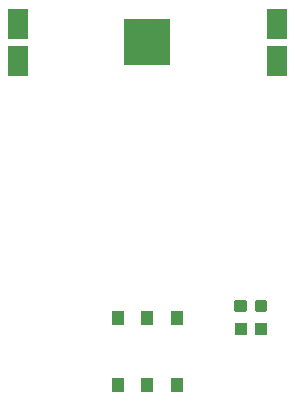
<source format=gtp>
G75*
%MOIN*%
%OFA0B0*%
%FSLAX25Y25*%
%IPPOS*%
%LPD*%
%AMOC8*
5,1,8,0,0,1.08239X$1,22.5*
%
%ADD10R,0.07000X0.10000*%
%ADD11R,0.15748X0.15748*%
%ADD12R,0.03937X0.04528*%
%ADD13C,0.01181*%
%ADD14R,0.04331X0.03937*%
D10*
X0100026Y0166898D03*
X0100026Y0179102D03*
X0186640Y0179102D03*
X0186640Y0166898D03*
D11*
X0143333Y0173000D03*
D12*
X0133491Y0058878D03*
X0143333Y0058878D03*
X0153176Y0058878D03*
X0153176Y0081122D03*
X0143333Y0081122D03*
X0133491Y0081122D03*
D13*
X0173003Y0083622D02*
X0173003Y0086378D01*
X0175759Y0086378D01*
X0175759Y0083622D01*
X0173003Y0083622D01*
X0173003Y0084802D02*
X0175759Y0084802D01*
X0175759Y0085982D02*
X0173003Y0085982D01*
X0179908Y0086378D02*
X0179908Y0083622D01*
X0179908Y0086378D02*
X0182664Y0086378D01*
X0182664Y0083622D01*
X0179908Y0083622D01*
X0179908Y0084802D02*
X0182664Y0084802D01*
X0182664Y0085982D02*
X0179908Y0085982D01*
D14*
X0181180Y0077500D03*
X0174487Y0077500D03*
M02*

</source>
